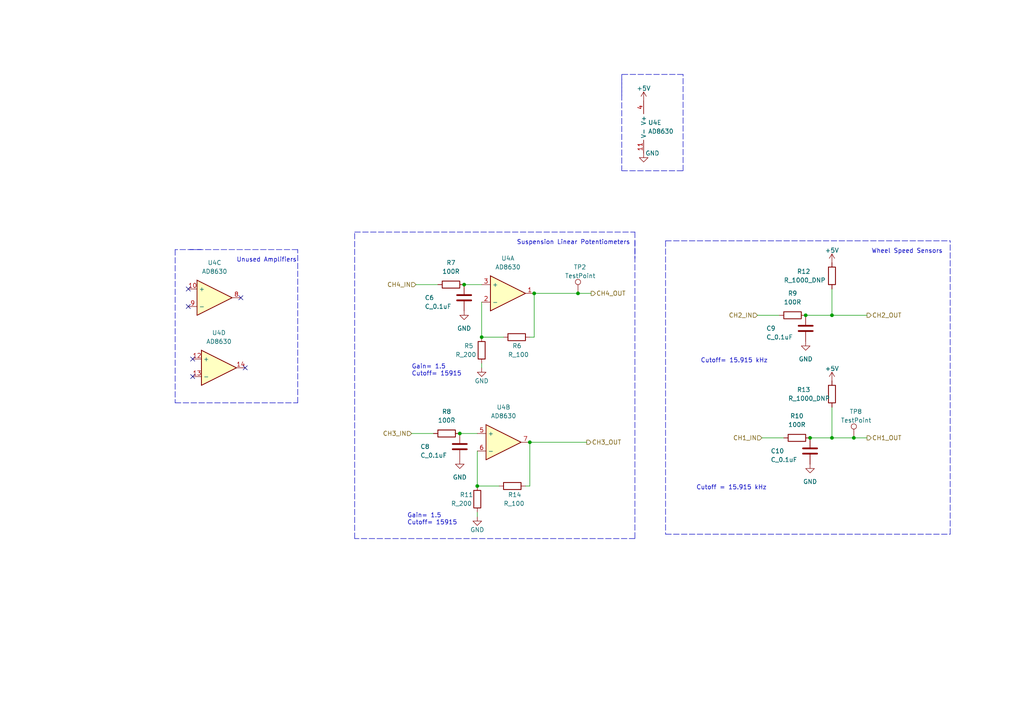
<source format=kicad_sch>
(kicad_sch (version 20211123) (generator eeschema)
  (paper "A4")
  (lib_symbols
    (symbol "Connector:TestPoint" (pin_numbers hide) (pin_names (offset 0.762) hide)
      (property "Reference" "TP" (at 0 6.858 0))
      (property "Value" "TestPoint" (at 0 5.08 0))
      (symbol "TestPoint_0_1"
        (circle (center 0 3.302) (radius 0.762))
      )
      (symbol "TestPoint_1_1"
        (pin passive line (at 0 0 90) (length 2.54) (name "1") (number "1"))
      )
    )
    (symbol "OEM:100R" (pin_numbers hide) (pin_names (offset 0))
      (property "Reference" "R" (at 2.032 0 90))
      (property "Value" "100R" (at 0 0 90))
      (symbol "100R_0_1"
        (rectangle (start -1.016 -2.54) (end 1.016 2.54) (stroke (width 0.254)))
      )
      (symbol "100R_1_1"
        (pin passive line (at 0 3.81 270) (length 1.27) (name "~") (number "1"))
        (pin passive line (at 0 -3.81 90) (length 1.27) (name "~") (number "2"))
      )
    )
    (symbol "formula:AD8630"
      (property "Reference" "U" (at 0 5.08 0))
      (property "Value" "AD8630" (at 0 -5.08 0))
      (symbol "AD8630_1_1"
        (polyline (pts (xy -5.08 5.08) (xy 5.08 0) (xy -5.08 -5.08) (xy -5.08 5.08)) (stroke (width 0.254)) (fill (type background)))
        (pin output line (at 7.62 0 180) (length 2.54) (name "~") (number "1"))
        (pin input line (at -7.62 -2.54 0) (length 2.54) (name "-") (number "2"))
        (pin input line (at -7.62 2.54 0) (length 2.54) (name "+") (number "3"))
      )
      (symbol "AD8630_2_1"
        (polyline (pts (xy -5.08 5.08) (xy 5.08 0) (xy -5.08 -5.08) (xy -5.08 5.08)) (stroke (width 0.254)) (fill (type background)))
        (pin input line (at -7.62 2.54 0) (length 2.54) (name "+") (number "5"))
        (pin input line (at -7.62 -2.54 0) (length 2.54) (name "-") (number "6"))
        (pin output line (at 7.62 0 180) (length 2.54) (name "~") (number "7"))
      )
      (symbol "AD8630_3_1"
        (polyline (pts (xy -5.08 5.08) (xy 5.08 0) (xy -5.08 -5.08) (xy -5.08 5.08)) (stroke (width 0.254)) (fill (type background)))
        (pin input line (at -7.62 2.54 0) (length 2.54) (name "+") (number "10"))
        (pin output line (at 7.62 0 180) (length 2.54) (name "~") (number "8"))
        (pin input line (at -7.62 -2.54 0) (length 2.54) (name "-") (number "9"))
      )
      (symbol "AD8630_4_1"
        (polyline (pts (xy -5.08 5.08) (xy 5.08 0) (xy -5.08 -5.08) (xy -5.08 5.08)) (stroke (width 0.254)) (fill (type background)))
        (pin input line (at -7.62 2.54 0) (length 2.54) (name "+") (number "12"))
        (pin input line (at -7.62 -2.54 0) (length 2.54) (name "-") (number "13"))
        (pin output line (at 7.62 0 180) (length 2.54) (name "~") (number "14"))
      )
      (symbol "AD8630_5_1"
        (pin power_in line (at -2.54 -7.62 90) (length 3.81) (name "V-") (number "11"))
        (pin power_in line (at -2.54 7.62 270) (length 3.81) (name "V+") (number "4"))
      )
    )
    (symbol "formula:C_0.1uF" (pin_numbers hide) (pin_names (offset 0.254))
      (property "Reference" "C" (at 0.635 2.54 0))
      (property "Value" "C_0.1uF" (at 0.635 -2.54 0))
      (symbol "C_0.1uF_0_1"
        (polyline (pts (xy -2.032 -0.762) (xy 2.032 -0.762)) (stroke (width 0.508)))
        (polyline (pts (xy -2.032 0.762) (xy 2.032 0.762)) (stroke (width 0.508)))
      )
      (symbol "C_0.1uF_1_1"
        (pin passive line (at 0 3.81 270) (length 2.794) (name "~") (number "1"))
        (pin passive line (at 0 -3.81 90) (length 2.794) (name "~") (number "2"))
      )
    )
    (symbol "formula:R_100" (pin_numbers hide) (pin_names (offset 0))
      (property "Reference" "R" (at 2.032 0 90))
      (property "Value" "R_100" (at -2.54 0 90))
      (symbol "R_100_0_1"
        (rectangle (start -1.016 -2.54) (end 1.016 2.54) (stroke (width 0.254)))
      )
      (symbol "R_100_1_1"
        (pin passive line (at 0 3.81 270) (length 1.27) (name "~") (number "1"))
        (pin passive line (at 0 -3.81 90) (length 1.27) (name "~") (number "2"))
      )
    )
    (symbol "formula:R_200" (pin_numbers hide) (pin_names (offset 0))
      (property "Reference" "R" (at 2.032 0 90))
      (property "Value" "R_200" (at -2.54 0 90))
      (symbol "R_200_0_1"
        (rectangle (start -1.016 -2.54) (end 1.016 2.54) (stroke (width 0.254)))
      )
      (symbol "R_200_1_1"
        (pin passive line (at 0 3.81 270) (length 1.27) (name "~") (number "1"))
        (pin passive line (at 0 -3.81 90) (length 1.27) (name "~") (number "2"))
      )
    )
    (symbol "power:+5V" (power) (pin_names (offset 0))
      (property "Value" "+5V" (at 0 3.556 0))
      (symbol "+5V_0_1"
        (polyline (pts (xy -0.762 1.27) (xy 0 2.54)))
        (polyline (pts (xy 0 0) (xy 0 2.54)))
        (polyline (pts (xy 0 2.54) (xy 0.762 1.27)))
      )
      (symbol "+5V_1_1"
        (pin power_in line (at 0 0 90) (length 0) hide (name "+5V") (number "1"))
      )
    )
    (symbol "power:GND" (power) (pin_names (offset 0))
      (property "Value" "GND" (at 0 -3.81 0))
      (symbol "GND_0_1"
        (polyline (pts (xy 0 0) (xy 0 -1.27) (xy 1.27 -1.27) (xy 0 -2.54) (xy -1.27 -1.27) (xy 0 -1.27)))
      )
      (symbol "GND_1_1"
        (pin power_in line (at 0 0 270) (length 0) hide (name "GND") (number "1"))
      )
    )
  )
  (junction (at 153.67 128.27))
  (junction (at 167.64 85.09))
  (junction (at 134.62 82.55))
  (junction (at 241.3 91.44))
  (junction (at 233.68 91.44))
  (junction (at 241.3 127))
  (junction (at 139.7 97.79))
  (junction (at 154.94 85.09))
  (junction (at 138.43 140.97))
  (junction (at 234.95 127))
  (junction (at 247.65 127))
  (junction (at 133.35 125.73))
  (no_connect (at 55.88 109.22))
  (no_connect (at 55.88 104.14))
  (no_connect (at 54.61 88.9))
  (no_connect (at 54.61 83.82))
  (no_connect (at 69.85 86.36))
  (no_connect (at 71.12 106.68))
  (wire (pts (xy 134.62 82.55) (xy 139.7 82.55)))
  (polyline (pts (xy 193.04 69.85) (xy 193.04 154.94)))
  (wire (pts (xy 241.3 91.44) (xy 251.46 91.44)))
  (wire (pts (xy 153.67 128.27) (xy 153.67 140.97)))
  (polyline (pts (xy 275.59 154.94) (xy 275.59 69.85)))
  (polyline (pts (xy 184.15 67.31) (xy 184.15 74.93)))
  (wire (pts (xy 139.7 87.63) (xy 139.7 97.79)))
  (wire (pts (xy 133.35 125.73) (xy 138.43 125.73)))
  (polyline (pts (xy 50.8 72.39) (xy 50.8 116.84)))
  (wire (pts (xy 241.3 127) (xy 247.65 127)))
  (polyline (pts (xy 198.12 21.59) (xy 180.34 21.59)))
  (polyline (pts (xy 102.87 67.31) (xy 184.15 67.31)))
  (wire (pts (xy 120.65 82.55) (xy 127 82.55)))
  (wire (pts (xy 153.67 140.97) (xy 152.4 140.97)))
  (wire (pts (xy 153.67 128.27) (xy 170.18 128.27)))
  (polyline (pts (xy 180.34 21.59) (xy 180.34 27.94)))
  (polyline (pts (xy 180.34 49.53) (xy 198.12 49.53)))
  (polyline (pts (xy 184.15 69.85) (xy 184.15 156.21)))
  (wire (pts (xy 154.94 85.09) (xy 154.94 97.79)))
  (polyline (pts (xy 184.15 156.21) (xy 102.87 156.21)))
  (polyline (pts (xy 102.87 156.21) (xy 102.87 67.31)))
  (polyline (pts (xy 180.34 22.86) (xy 180.34 49.53)))
  (polyline (pts (xy 198.12 49.53) (xy 198.12 21.59)))
  (polyline (pts (xy 193.04 154.94) (xy 275.59 154.94)))
  (wire (pts (xy 139.7 106.68) (xy 139.7 105.41)))
  (wire (pts (xy 138.43 149.86) (xy 138.43 148.59)))
  (wire (pts (xy 138.43 130.81) (xy 138.43 140.97)))
  (polyline (pts (xy 86.36 116.84) (xy 86.36 72.39)))
  (wire (pts (xy 154.94 97.79) (xy 153.67 97.79)))
  (polyline (pts (xy 58.42 72.39) (xy 50.8 72.39)))
  (polyline (pts (xy 50.8 116.84) (xy 86.36 116.84)))
  (wire (pts (xy 234.95 127) (xy 241.3 127)))
  (wire (pts (xy 119.38 125.73) (xy 125.73 125.73)))
  (wire (pts (xy 219.71 91.44) (xy 226.06 91.44)))
  (polyline (pts (xy 193.04 69.85) (xy 275.59 69.85)))
  (wire (pts (xy 138.43 140.97) (xy 144.78 140.97)))
  (wire (pts (xy 154.94 85.09) (xy 167.64 85.09)))
  (wire (pts (xy 171.45 85.09) (xy 167.64 85.09)))
  (wire (pts (xy 241.3 83.82) (xy 241.3 91.44)))
  (polyline (pts (xy 86.36 72.39) (xy 54.61 72.39)))
  (wire (pts (xy 220.98 127) (xy 227.33 127)))
  (wire (pts (xy 241.3 118.11) (xy 241.3 127)))
  (wire (pts (xy 251.46 127) (xy 247.65 127)))
  (wire (pts (xy 139.7 97.79) (xy 146.05 97.79)))
  (wire (pts (xy 233.68 91.44) (xy 241.3 91.44)))
  (text "Wheel Speed Sensors\n" (at 252.73 73.66 0) (effects (font (size 1.27 1.27)) (justify left bottom)))
  (text "Gain= 1.5\nCutoff= 15915" (at 119.38 109.22 0) (effects (font (size 1.27 1.27)) (justify left bottom)))
  (text "Gain= 1.5\nCutoff= 15915" (at 118.11 152.4 0) (effects (font (size 1.27 1.27)) (justify left bottom)))
  (text "Unused Amplifiers\n" (at 68.58 76.2 0) (effects (font (size 1.27 1.27)) (justify left bottom)))
  (text "Cutoff = 15.915 kHz" (at 201.93 142.24 0) (effects (font (size 1.27 1.27)) (justify left bottom)))
  (text "Cutoff= 15.915 kHz\n" (at 203.2 105.41 0) (effects (font (size 1.27 1.27)) (justify left bottom)))
  (text "Suspension Linear Potentiometers" (at 149.86 71.12 0) (effects (font (size 1.27 1.27)) (justify left bottom)))
  (hierarchical_label "CH3_OUT" (shape output) (at 170.18 128.27 0))
  (hierarchical_label "CH2_IN" (shape input) (at 219.71 91.44 180))
  (hierarchical_label "CH4_IN" (shape input) (at 120.65 82.55 180))
  (hierarchical_label "CH4_OUT" (shape output) (at 171.45 85.09 0))
  (hierarchical_label "CH2_OUT" (shape output) (at 251.46 91.44 0))
  (hierarchical_label "CH1_IN" (shape input) (at 220.98 127 180))
  (hierarchical_label "CH1_OUT" (shape output) (at 251.46 127 0))
  (hierarchical_label "CH3_IN" (shape input) (at 119.38 125.73 180))
  (symbol (lib_id "power:GND") (at 186.69 44.45 0) (unit 1)
    (property "Reference" "#PWR?" (effects hide))
    (property "Value" "GND" (at 189.23 44.45 0))
  )
  (symbol (lib_id "formula:C_0.1uF") (at 233.68 95.25 0) (unit 1)
    (property "Reference" "C9" (at 222.25 95.25 0) (effects (justify left)))
    (property "Value" "C_0.1uF" (at 222.25 97.79 0) (effects (justify left)))
    (property "Footprint" "OEM:C_0603" (effects hide))
    (property "Datasheet" "http://datasheets.avx.com/X7RDielectric.pdf" (effects hide))
    (property "MFN" "DK" (effects hide))
    (property "MPN" "478-3352-1-ND" (effects hide))
    (property "PurchasingLink" "https://www.digikey.com/products/en?keywords=478-3352-1-ND" (effects hide))
  )
  (symbol (lib_id "formula:AD8630") (at 147.32 85.09 0) (unit 1)
    (property "Reference" "U4" (at 147.32 74.93 0))
    (property "Value" "AD8630" (at 147.32 77.47 0))
  )
  (symbol (lib_id "formula:R_100") (at 149.86 97.79 270) (unit 1)
    (property "Reference" "R6" (at 148.59 100.33 90) (effects (justify left)))
    (property "Value" "R_100" (at 147.32 102.87 90) (effects (justify left)))
    (property "Footprint" "OEM:R_0603" (effects hide))
    (property "Datasheet" "https://www.seielect.com/Catalog/SEI-rncp.pdf" (effects hide))
    (property "MFN" "DK" (effects hide))
    (property "MPN" "RNCP0805FTD100RCT-ND" (effects hide))
    (property "PurchasingLink" "https://www.digikey.com/products/en?keywords=RNCP0805FTD100RCT-ND" (effects hide))
  )
  (symbol (lib_id "OEM:100R") (at 129.54 125.73 90) (unit 1)
    (property "Reference" "R8" (at 129.54 119.38 90))
    (property "Value" "100R" (at 129.54 121.92 90))
    (property "Footprint" "OEM:R_0603" (effects hide))
  )
  (symbol (lib_id "power:GND") (at 139.7 106.68 0) (unit 1)
    (property "Reference" "#PWR?" (effects hide))
    (property "Value" "GND" (at 139.7 110.49 0))
  )
  (symbol (lib_id "power:+5V") (at 241.3 110.49 0) (unit 1)
    (property "Reference" "#PWR?" (effects hide))
    (property "Value" "+5V" (at 241.3 106.9142 0))
  )
  (symbol (lib_id "formula:R_200") (at 241.3 80.01 180) (unit 1)
    (property "Reference" "R12" (at 231.14 78.74 0) (effects (justify right)))
    (property "Value" "R_1000_DNP" (at 227.33 81.28 0) (effects (justify right)))
    (property "Footprint" "OEM:R_0603" (effects hide))
    (property "Datasheet" "https://www.seielect.com/Catalog/SEI-RMCF_RMCP.pdf" (effects hide))
    (property "MFN" "DK" (effects hide))
    (property "MPN" "RMCF0805JT200RCT-ND" (effects hide))
    (property "PurchasingLink" "https://www.digikey.com/products/en?keywords=RMCF0805JT200RCT-ND" (effects hide))
  )
  (symbol (lib_id "Connector:TestPoint") (at 167.64 85.09 0) (unit 1)
    (property "Reference" "TP2" (at 166.37 77.47 0) (effects (justify left)))
    (property "Value" "TestPoint" (at 163.83 80.01 0) (effects (justify left)))
    (property "Footprint" "TestPoint:TestPoint_Pad_D1.0mm" (effects hide))
  )
  (symbol (lib_id "formula:AD8630") (at 63.5 106.68 0) (unit 4)
    (property "Reference" "U4" (at 63.5 96.52 0))
    (property "Value" "AD8630" (at 63.5 99.06 0))
  )
  (symbol (lib_id "formula:R_100") (at 148.59 140.97 270) (unit 1)
    (property "Reference" "R14" (at 147.32 143.51 90) (effects (justify left)))
    (property "Value" "R_100" (at 146.05 146.05 90) (effects (justify left)))
    (property "Footprint" "OEM:R_0603" (effects hide))
    (property "Datasheet" "https://www.seielect.com/Catalog/SEI-rncp.pdf" (effects hide))
    (property "MFN" "DK" (effects hide))
    (property "MPN" "RNCP0805FTD100RCT-ND" (effects hide))
    (property "PurchasingLink" "https://www.digikey.com/products/en?keywords=RNCP0805FTD100RCT-ND" (effects hide))
  )
  (symbol (lib_id "formula:AD8630") (at 189.23 36.83 0) (unit 5)
    (property "Reference" "U4" (at 187.96 35.5599 0) (effects (justify left)))
    (property "Value" "AD8630" (at 187.96 38.0999 0) (effects (justify left)))
  )
  (symbol (lib_id "formula:C_0.1uF") (at 133.35 129.54 0) (unit 1)
    (property "Reference" "C8" (at 121.92 129.54 0) (effects (justify left)))
    (property "Value" "C_0.1uF" (at 121.92 132.08 0) (effects (justify left)))
    (property "Footprint" "OEM:C_0603" (effects hide))
    (property "Datasheet" "http://datasheets.avx.com/X7RDielectric.pdf" (effects hide))
    (property "MFN" "DK" (effects hide))
    (property "MPN" "478-3352-1-ND" (effects hide))
    (property "PurchasingLink" "https://www.digikey.com/products/en?keywords=478-3352-1-ND" (effects hide))
  )
  (symbol (lib_id "power:+5V") (at 241.3 76.2 0) (unit 1)
    (property "Reference" "#PWR?" (effects hide))
    (property "Value" "+5V" (at 241.3 72.6242 0))
  )
  (symbol (lib_id "OEM:100R") (at 231.14 127 90) (unit 1)
    (property "Reference" "R10" (at 231.14 120.65 90))
    (property "Value" "100R" (at 231.14 123.19 90))
    (property "Footprint" "OEM:R_0603" (effects hide))
  )
  (symbol (lib_id "power:GND") (at 134.62 90.17 0) (unit 1)
    (property "Reference" "#PWR?" (effects hide))
    (property "Value" "GND" (at 134.62 95.25 0))
  )
  (symbol (lib_id "formula:R_200") (at 138.43 144.78 180) (unit 1)
    (property "Reference" "R11" (at 133.35 143.51 0) (effects (justify right)))
    (property "Value" "R_200" (at 130.81 146.05 0) (effects (justify right)))
    (property "Footprint" "OEM:R_0603" (effects hide))
    (property "Datasheet" "https://www.seielect.com/Catalog/SEI-RMCF_RMCP.pdf" (effects hide))
    (property "MFN" "DK" (effects hide))
    (property "MPN" "RMCF0805JT200RCT-ND" (effects hide))
    (property "PurchasingLink" "https://www.digikey.com/products/en?keywords=RMCF0805JT200RCT-ND" (effects hide))
  )
  (symbol (lib_id "power:GND") (at 138.43 149.86 0) (unit 1)
    (property "Reference" "#PWR?" (effects hide))
    (property "Value" "GND" (at 138.43 153.67 0))
  )
  (symbol (lib_id "formula:C_0.1uF") (at 134.62 86.36 0) (unit 1)
    (property "Reference" "C6" (at 123.19 86.36 0) (effects (justify left)))
    (property "Value" "C_0.1uF" (at 123.19 88.9 0) (effects (justify left)))
    (property "Footprint" "OEM:C_0603" (effects hide))
    (property "Datasheet" "http://datasheets.avx.com/X7RDielectric.pdf" (effects hide))
    (property "MFN" "DK" (effects hide))
    (property "MPN" "478-3352-1-ND" (effects hide))
    (property "PurchasingLink" "https://www.digikey.com/products/en?keywords=478-3352-1-ND" (effects hide))
  )
  (symbol (lib_id "power:+5V") (at 186.69 29.21 0) (unit 1)
    (property "Reference" "#PWR?" (effects hide))
    (property "Value" "+5V" (at 186.69 25.6342 0))
  )
  (symbol (lib_id "formula:AD8630") (at 146.05 128.27 0) (unit 2)
    (property "Reference" "U4" (at 146.05 118.11 0))
    (property "Value" "AD8630" (at 146.05 120.65 0))
  )
  (symbol (lib_id "formula:C_0.1uF") (at 234.95 130.81 0) (unit 1)
    (property "Reference" "C10" (at 223.52 130.81 0) (effects (justify left)))
    (property "Value" "C_0.1uF" (at 223.52 133.35 0) (effects (justify left)))
    (property "Footprint" "OEM:C_0603" (effects hide))
    (property "Datasheet" "http://datasheets.avx.com/X7RDielectric.pdf" (effects hide))
    (property "MFN" "DK" (effects hide))
    (property "MPN" "478-3352-1-ND" (effects hide))
    (property "PurchasingLink" "https://www.digikey.com/products/en?keywords=478-3352-1-ND" (effects hide))
  )
  (symbol (lib_id "formula:AD8630") (at 62.23 86.36 0) (unit 3)
    (property "Reference" "U4" (at 62.23 76.2 0))
    (property "Value" "AD8630" (at 62.23 78.74 0))
  )
  (symbol (lib_id "power:GND") (at 233.68 99.06 0) (unit 1)
    (property "Reference" "#PWR?" (effects hide))
    (property "Value" "GND" (at 233.68 104.14 0))
  )
  (symbol (lib_id "formula:R_200") (at 139.7 101.6 180) (unit 1)
    (property "Reference" "R5" (at 134.62 100.33 0) (effects (justify right)))
    (property "Value" "R_200" (at 132.08 102.87 0) (effects (justify right)))
    (property "Footprint" "OEM:R_0603" (effects hide))
    (property "Datasheet" "https://www.seielect.com/Catalog/SEI-RMCF_RMCP.pdf" (effects hide))
    (property "MFN" "DK" (effects hide))
    (property "MPN" "RMCF0805JT200RCT-ND" (effects hide))
    (property "PurchasingLink" "https://www.digikey.com/products/en?keywords=RMCF0805JT200RCT-ND" (effects hide))
  )
  (symbol (lib_id "OEM:100R") (at 229.87 91.44 90) (unit 1)
    (property "Reference" "R9" (at 229.87 85.09 90))
    (property "Value" "100R" (at 229.87 87.63 90))
    (property "Footprint" "OEM:R_0603" (effects hide))
  )
  (symbol (lib_id "power:GND") (at 234.95 134.62 0) (unit 1)
    (property "Reference" "#PWR?" (effects hide))
    (property "Value" "GND" (at 234.95 139.7 0))
  )
  (symbol (lib_id "power:GND") (at 133.35 133.35 0) (unit 1)
    (property "Reference" "#PWR?" (effects hide))
    (property "Value" "GND" (at 133.35 138.43 0))
  )
  (symbol (lib_id "OEM:100R") (at 130.81 82.55 90) (unit 1)
    (property "Reference" "R7" (at 130.81 76.2 90))
    (property "Value" "100R" (at 130.81 78.74 90))
    (property "Footprint" "OEM:R_0603" (effects hide))
  )
  (symbol (lib_id "formula:R_200") (at 241.3 114.3 180) (unit 1)
    (property "Reference" "R13" (at 231.14 113.03 0) (effects (justify right)))
    (property "Value" "R_1000_DNP" (at 228.6 115.57 0) (effects (justify right)))
    (property "Footprint" "OEM:R_0603" (effects hide))
    (property "Datasheet" "https://www.seielect.com/Catalog/SEI-RMCF_RMCP.pdf" (effects hide))
    (property "MFN" "DK" (effects hide))
    (property "MPN" "RMCF0805JT200RCT-ND" (effects hide))
    (property "PurchasingLink" "https://www.digikey.com/products/en?keywords=RMCF0805JT200RCT-ND" (effects hide))
  )
  (symbol (lib_id "Connector:TestPoint") (at 247.65 127 0) (unit 1)
    (property "Reference" "TP8" (at 246.38 119.38 0) (effects (justify left)))
    (property "Value" "TestPoint" (at 243.84 121.92 0) (effects (justify left)))
    (property "Footprint" "TestPoint:TestPoint_Pad_D1.0mm" (effects hide))
  )
)
</source>
